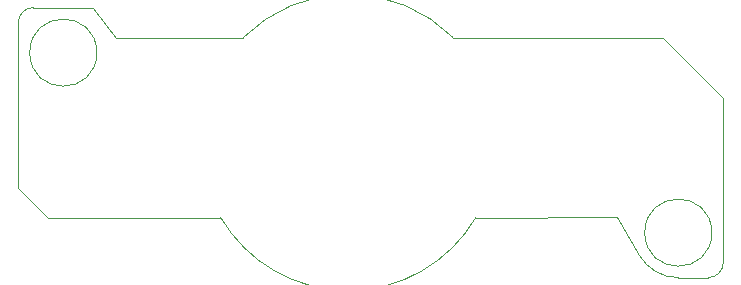
<source format=gm1>
%TF.GenerationSoftware,KiCad,Pcbnew,(6.0.7)*%
%TF.CreationDate,2022-10-02T01:07:21-07:00*%
%TF.ProjectId,KiCad_Testing,4b694361-645f-4546-9573-74696e672e6b,rev?*%
%TF.SameCoordinates,Original*%
%TF.FileFunction,Profile,NP*%
%FSLAX46Y46*%
G04 Gerber Fmt 4.6, Leading zero omitted, Abs format (unit mm)*
G04 Created by KiCad (PCBNEW (6.0.7)) date 2022-10-02 01:07:21*
%MOMM*%
%LPD*%
G01*
G04 APERTURE LIST*
%TA.AperFunction,Profile*%
%ADD10C,0.100000*%
%TD*%
G04 APERTURE END LIST*
D10*
X176382724Y-81243181D02*
X178308000Y-84455000D01*
X178308000Y-84455000D02*
G75*
G03*
X181610000Y-86360000I3302000J1909234D01*
G01*
X132080000Y-63500000D02*
X133985000Y-66040000D01*
X133985000Y-66040000D02*
X144780000Y-66040000D01*
X180340000Y-66040000D02*
X162560000Y-66040000D01*
X142875001Y-81280000D02*
G75*
G03*
X164464999Y-81280000I10794999J6350000D01*
G01*
X162560000Y-66040000D02*
G75*
G03*
X144780000Y-66040000I-8890000J-8890000D01*
G01*
X181610000Y-86360000D02*
X184150000Y-86360000D01*
X164464999Y-81280000D02*
X176382724Y-81243181D01*
X127000000Y-63500000D02*
X132080000Y-63500000D01*
X127000000Y-63500000D02*
G75*
G03*
X125730000Y-64770000I0J-1270000D01*
G01*
X125730000Y-64770000D02*
X125730000Y-78740000D01*
X125730000Y-78740000D02*
X128270000Y-81280000D01*
X128270000Y-81280000D02*
X142875001Y-81280000D01*
X185420000Y-85090000D02*
X185420000Y-71120000D01*
X184150000Y-86360000D02*
G75*
G03*
X185420000Y-85090000I0J1270000D01*
G01*
X180340000Y-66040000D02*
X185420000Y-71120000D01*
X132379806Y-67310000D02*
G75*
G03*
X132379806Y-67310000I-2839806J0D01*
G01*
X184449806Y-82550000D02*
G75*
G03*
X184449806Y-82550000I-2839806J0D01*
G01*
M02*

</source>
